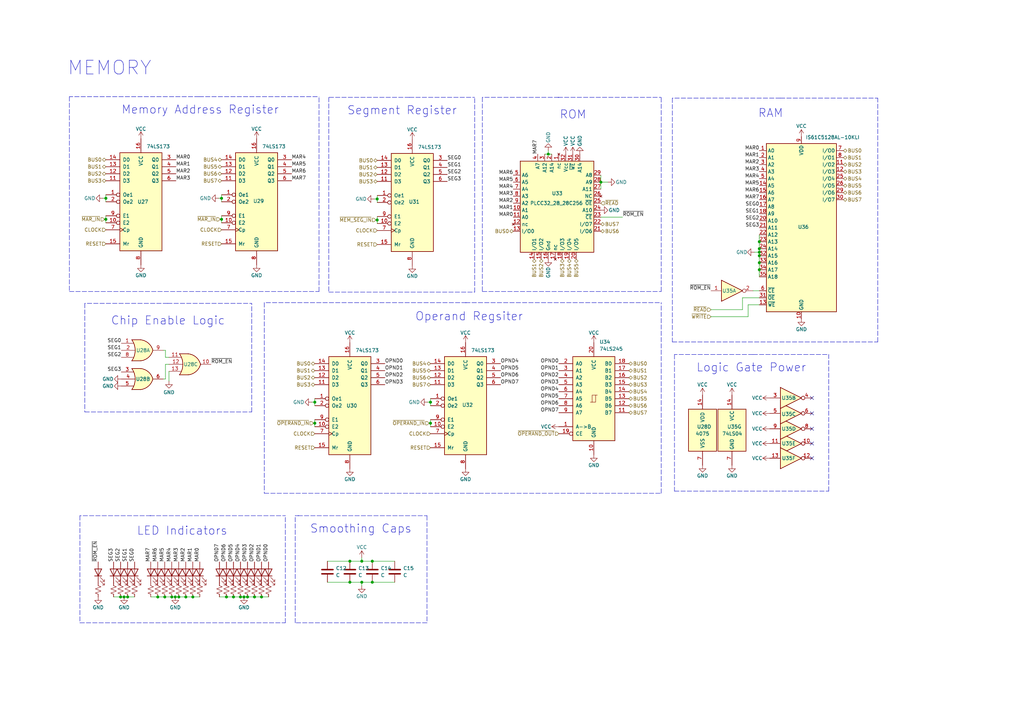
<source format=kicad_sch>
(kicad_sch (version 20211123) (generator eeschema)
  (paper "User" 370.992 259.994)
  (lib_symbols
    (symbol "4xxx:4075" (pin_names (offset 1.016))
      (property "Reference" "U" (at 0 1.27 0))
      (property "Value" "4075" (at 0 -1.27 0))
      (symbol "4075_1_1"
        (pin input line (at -7.62 2.54 0) (length 4.318) (name "~") (number "1"))
        (pin input line (at -7.62 0 0) (length 4.953) (name "~") (number "2"))
        (pin input line (at -7.62 -2.54 0) (length 4.318) (name "~") (number "8"))
        (pin output line (at 7.62 0 180) (length 3.81) (name "~") (number "9"))
      )
      (symbol "4075_1_2"
        (pin input inverted (at -7.62 2.54 0) (length 3.81) (name "~") (number "1"))
        (pin input inverted (at -7.62 0 0) (length 3.81) (name "~") (number "2"))
        (pin input inverted (at -7.62 -2.54 0) (length 3.81) (name "~") (number "8"))
        (pin output inverted (at 7.62 0 180) (length 3.81) (name "~") (number "9"))
      )
      (symbol "4075_2_1"
        (pin input line (at -7.62 2.54 0) (length 4.318) (name "~") (number "3"))
        (pin input line (at -7.62 0 0) (length 4.953) (name "~") (number "4"))
        (pin input line (at -7.62 -2.54 0) (length 4.318) (name "~") (number "5"))
        (pin output line (at 7.62 0 180) (length 3.81) (name "~") (number "6"))
      )
      (symbol "4075_2_2"
        (pin input inverted (at -7.62 2.54 0) (length 3.81) (name "~") (number "3"))
        (pin input inverted (at -7.62 0 0) (length 3.81) (name "~") (number "4"))
        (pin input inverted (at -7.62 -2.54 0) (length 3.81) (name "~") (number "5"))
        (pin output inverted (at 7.62 0 180) (length 3.81) (name "~") (number "6"))
      )
      (symbol "4075_3_1"
        (pin output line (at 7.62 0 180) (length 3.81) (name "~") (number "10"))
        (pin input line (at -7.62 2.54 0) (length 4.318) (name "~") (number "11"))
        (pin input line (at -7.62 0 0) (length 4.953) (name "~") (number "12"))
        (pin input line (at -7.62 -2.54 0) (length 4.318) (name "~") (number "13"))
      )
      (symbol "4075_3_2"
        (pin output inverted (at 7.62 0 180) (length 3.81) (name "~") (number "10"))
        (pin input inverted (at -7.62 2.54 0) (length 3.81) (name "~") (number "11"))
        (pin input inverted (at -7.62 0 0) (length 3.81) (name "~") (number "12"))
        (pin input inverted (at -7.62 -2.54 0) (length 3.81) (name "~") (number "13"))
      )
      (symbol "4075_4_0"
        (pin power_in line (at 0 12.7 270) (length 5.08) (name "VDD") (number "14"))
        (pin power_in line (at 0 -12.7 90) (length 5.08) (name "VSS") (number "7"))
      )
    )
    (symbol "74xx:74LS04"
      (property "Reference" "U" (at 0 1.27 0))
      (property "Value" "74LS04" (at 0 -1.27 0))
      (symbol "74LS04_1_0"
        (pin input line (at -7.62 0 0) (length 3.81) (name "~") (number "1"))
        (pin output inverted (at 7.62 0 180) (length 3.81) (name "~") (number "2"))
      )
      (symbol "74LS04_2_0"
        (pin input line (at -7.62 0 0) (length 3.81) (name "~") (number "3"))
        (pin output inverted (at 7.62 0 180) (length 3.81) (name "~") (number "4"))
      )
      (symbol "74LS04_3_0"
        (pin input line (at -7.62 0 0) (length 3.81) (name "~") (number "5"))
        (pin output inverted (at 7.62 0 180) (length 3.81) (name "~") (number "6"))
      )
      (symbol "74LS04_4_0"
        (pin output inverted (at 7.62 0 180) (length 3.81) (name "~") (number "8"))
        (pin input line (at -7.62 0 0) (length 3.81) (name "~") (number "9"))
      )
      (symbol "74LS04_5_0"
        (pin output inverted (at 7.62 0 180) (length 3.81) (name "~") (number "10"))
        (pin input line (at -7.62 0 0) (length 3.81) (name "~") (number "11"))
      )
      (symbol "74LS04_6_0"
        (pin output inverted (at 7.62 0 180) (length 3.81) (name "~") (number "12"))
        (pin input line (at -7.62 0 0) (length 3.81) (name "~") (number "13"))
      )
      (symbol "74LS04_7_0"
        (pin power_in line (at 0 12.7 270) (length 5.08) (name "VCC") (number "14"))
        (pin power_in line (at 0 -12.7 90) (length 5.08) (name "GND") (number "7"))
      )
    )
    (symbol "74xx:74LS173" (pin_names (offset 1.016))
      (property "Reference" "U" (at -7.62 19.05 0))
      (property "Value" "74LS173" (at -7.62 -19.05 0))
      (symbol "74LS173_1_0"
        (pin input inverted (at -12.7 2.54 0) (length 5.08) (name "Oe1") (number "1"))
        (pin input inverted (at -12.7 -7.62 0) (length 5.08) (name "E2") (number "10"))
        (pin input line (at -12.7 7.62 0) (length 5.08) (name "D3") (number "11"))
        (pin input line (at -12.7 10.16 0) (length 5.08) (name "D2") (number "12"))
        (pin input line (at -12.7 12.7 0) (length 5.08) (name "D1") (number "13"))
        (pin input line (at -12.7 15.24 0) (length 5.08) (name "D0") (number "14"))
        (pin input line (at -12.7 -15.24 0) (length 5.08) (name "Mr") (number "15"))
        (pin power_in line (at 0 22.86 270) (length 5.08) (name "VCC") (number "16"))
        (pin input inverted (at -12.7 0 0) (length 5.08) (name "Oe2") (number "2"))
        (pin tri_state line (at 12.7 15.24 180) (length 5.08) (name "Q0") (number "3"))
        (pin tri_state line (at 12.7 12.7 180) (length 5.08) (name "Q1") (number "4"))
        (pin tri_state line (at 12.7 10.16 180) (length 5.08) (name "Q2") (number "5"))
        (pin tri_state line (at 12.7 7.62 180) (length 5.08) (name "Q3") (number "6"))
        (pin input clock (at -12.7 -10.16 0) (length 5.08) (name "Cp") (number "7"))
        (pin power_in line (at 0 -22.86 90) (length 5.08) (name "GND") (number "8"))
        (pin input inverted (at -12.7 -5.08 0) (length 5.08) (name "E1") (number "9"))
      )
    )
    (symbol "74xx:74LS245" (pin_names (offset 1.016))
      (property "Reference" "U" (at -7.62 16.51 0))
      (property "Value" "74LS245" (at -7.62 -16.51 0))
      (symbol "74LS245_1_0"
        (pin input line (at -12.7 -10.16 0) (length 5.08) (name "A->B") (number "1"))
        (pin power_in line (at 0 -20.32 90) (length 5.08) (name "GND") (number "10"))
        (pin tri_state line (at 12.7 -5.08 180) (length 5.08) (name "B7") (number "11"))
        (pin tri_state line (at 12.7 -2.54 180) (length 5.08) (name "B6") (number "12"))
        (pin tri_state line (at 12.7 0 180) (length 5.08) (name "B5") (number "13"))
        (pin tri_state line (at 12.7 2.54 180) (length 5.08) (name "B4") (number "14"))
        (pin tri_state line (at 12.7 5.08 180) (length 5.08) (name "B3") (number "15"))
        (pin tri_state line (at 12.7 7.62 180) (length 5.08) (name "B2") (number "16"))
        (pin tri_state line (at 12.7 10.16 180) (length 5.08) (name "B1") (number "17"))
        (pin tri_state line (at 12.7 12.7 180) (length 5.08) (name "B0") (number "18"))
        (pin input inverted (at -12.7 -12.7 0) (length 5.08) (name "CE") (number "19"))
        (pin tri_state line (at -12.7 12.7 0) (length 5.08) (name "A0") (number "2"))
        (pin power_in line (at 0 20.32 270) (length 5.08) (name "VCC") (number "20"))
        (pin tri_state line (at -12.7 10.16 0) (length 5.08) (name "A1") (number "3"))
        (pin tri_state line (at -12.7 7.62 0) (length 5.08) (name "A2") (number "4"))
        (pin tri_state line (at -12.7 5.08 0) (length 5.08) (name "A3") (number "5"))
        (pin tri_state line (at -12.7 2.54 0) (length 5.08) (name "A4") (number "6"))
        (pin tri_state line (at -12.7 0 0) (length 5.08) (name "A5") (number "7"))
        (pin tri_state line (at -12.7 -2.54 0) (length 5.08) (name "A6") (number "8"))
        (pin tri_state line (at -12.7 -5.08 0) (length 5.08) (name "A7") (number "9"))
      )
    )
    (symbol "Device:C" (pin_numbers hide) (pin_names (offset 0.254))
      (property "Reference" "C" (at 0.635 2.54 0))
      (property "Value" "C" (at 0.635 -2.54 0))
      (symbol "C_1_1"
        (pin passive line (at 0 3.81 270) (length 2.794) (name "~") (number "1"))
        (pin passive line (at 0 -3.81 90) (length 2.794) (name "~") (number "2"))
      )
    )
    (symbol "Device:LED" (pin_numbers hide) (pin_names (offset 1.016) hide)
      (property "Reference" "D" (at 0 2.54 0))
      (property "Value" "LED" (at 0 -2.54 0))
      (symbol "LED_1_1"
        (pin passive line (at -3.81 0 0) (length 2.54) (name "K") (number "1"))
        (pin passive line (at 3.81 0 180) (length 2.54) (name "A") (number "2"))
      )
    )
    (symbol "Device:R_Small_US" (pin_numbers hide) (pin_names (offset 0.254) hide)
      (property "Reference" "R" (at 0.762 0.508 0))
      (property "Value" "R_Small_US" (at 0.762 -1.016 0))
      (symbol "R_Small_US_1_1"
        (pin passive line (at 0 2.54 270) (length 1.016) (name "~") (number "1"))
        (pin passive line (at 0 -2.54 90) (length 1.016) (name "~") (number "2"))
      )
    )
    (symbol "Memory_RAM:IS61C5128AL-10KLI"
      (property "Reference" "U" (at -10.16 31.75 0))
      (property "Value" "IS61C5128AL-10KLI" (at 12.7 31.75 0))
      (symbol "IS61C5128AL-10KLI_1_1"
        (pin input line (at -15.24 27.94 0) (length 2.54) (name "A0") (number "1"))
        (pin power_in line (at 0 -33.02 90) (length 2.54) (name "GND") (number "10"))
        (pin bidirectional line (at 15.24 22.86 180) (length 2.54) (name "I/O2") (number "11"))
        (pin bidirectional line (at 15.24 20.32 180) (length 2.54) (name "I/O3") (number "12"))
        (pin input line (at -15.24 -27.94 0) (length 2.54) (name "~{WE}") (number "13"))
        (pin input line (at -15.24 15.24 0) (length 2.54) (name "A5") (number "14"))
        (pin input line (at -15.24 12.7 0) (length 2.54) (name "A6") (number "15"))
        (pin input line (at -15.24 10.16 0) (length 2.54) (name "A7") (number "16"))
        (pin input line (at -15.24 7.62 0) (length 2.54) (name "A8") (number "17"))
        (pin input line (at -15.24 5.08 0) (length 2.54) (name "A9") (number "18"))
        (pin no_connect line (at 12.7 -27.94 180) (length 2.54) hide (name "NC") (number "19"))
        (pin input line (at -15.24 25.4 0) (length 2.54) (name "A1") (number "2"))
        (pin input line (at -15.24 2.54 0) (length 2.54) (name "A10") (number "20"))
        (pin input line (at -15.24 0 0) (length 2.54) (name "A11") (number "21"))
        (pin input line (at -15.24 -2.54 0) (length 2.54) (name "A12") (number "22"))
        (pin input line (at -15.24 -5.08 0) (length 2.54) (name "A13") (number "23"))
        (pin input line (at -15.24 -7.62 0) (length 2.54) (name "A14") (number "24"))
        (pin bidirectional line (at 15.24 17.78 180) (length 2.54) (name "I/O4") (number "25"))
        (pin bidirectional line (at 15.24 15.24 180) (length 2.54) (name "I/O5") (number "26"))
        (pin passive line (at 0 33.02 270) (length 2.54) hide (name "VDD") (number "27"))
        (pin passive line (at 0 -33.02 90) (length 2.54) hide (name "GND") (number "28"))
        (pin bidirectional line (at 15.24 12.7 180) (length 2.54) (name "I/O6") (number "29"))
        (pin input line (at -15.24 22.86 0) (length 2.54) (name "A2") (number "3"))
        (pin bidirectional line (at 15.24 10.16 180) (length 2.54) (name "I/O7") (number "30"))
        (pin input line (at -15.24 -25.4 0) (length 2.54) (name "~{OE}") (number "31"))
        (pin input line (at -15.24 -10.16 0) (length 2.54) (name "A15") (number "32"))
        (pin input line (at -15.24 -12.7 0) (length 2.54) (name "A16") (number "33"))
        (pin input line (at -15.24 -15.24 0) (length 2.54) (name "A17") (number "34"))
        (pin input line (at -15.24 -17.78 0) (length 2.54) (name "A18") (number "35"))
        (pin no_connect line (at 12.7 -25.4 180) (length 2.54) hide (name "NC") (number "36"))
        (pin input line (at -15.24 20.32 0) (length 2.54) (name "A3") (number "4"))
        (pin input line (at -15.24 17.78 0) (length 2.54) (name "A4") (number "5"))
        (pin input line (at -15.24 -22.86 0) (length 2.54) (name "~{CE}") (number "6"))
        (pin bidirectional line (at 15.24 27.94 180) (length 2.54) (name "I/O0") (number "7"))
        (pin bidirectional line (at 15.24 25.4 180) (length 2.54) (name "I/O1") (number "8"))
        (pin power_in line (at 0 33.02 270) (length 2.54) (name "VDD") (number "9"))
      )
    )
    (symbol "Stephen:PLCC32_28_28C256"
      (property "Reference" "U" (at 19.05 -22.86 0))
      (property "Value" "PLCC32_28_28C256" (at 10.16 -20.32 0))
      (symbol "PLCC32_28_28C256_1_1"
        (pin no_connect line (at 1.27 17.78 270) (length 2.54) (name "nc") (number "1"))
        (pin input line (at -15.24 -2.54 0) (length 2.54) (name "A1") (number "10"))
        (pin input line (at -15.24 -5.08 0) (length 2.54) (name "A0") (number "11"))
        (pin no_connect line (at -15.24 -7.62 0) (length 2.54) (name "nc") (number "12"))
        (pin bidirectional line (at -15.24 -10.16 0) (length 2.54) (name "I/O0") (number "13"))
        (pin bidirectional line (at -7.62 -20.32 90) (length 2.54) (name "I/O1") (number "14"))
        (pin bidirectional line (at -5.08 -20.32 90) (length 2.54) (name "I/O2") (number "15"))
        (pin power_in line (at -2.54 -20.32 90) (length 2.54) (name "Gnd") (number "16"))
        (pin no_connect line (at 0 -20.32 90) (length 2.54) (name "nc") (number "17"))
        (pin bidirectional line (at 2.54 -20.32 90) (length 2.54) (name "I/O3") (number "18"))
        (pin bidirectional line (at 5.08 -20.32 90) (length 2.54) (name "I/O4") (number "19"))
        (pin input line (at -1.27 17.78 270) (length 2.54) (name "A14") (number "2"))
        (pin bidirectional line (at 7.62 -20.32 90) (length 2.54) (name "I/O5") (number "20"))
        (pin bidirectional line (at 16.51 -10.16 180) (length 2.54) (name "I/O6") (number "21"))
        (pin bidirectional line (at 16.51 -7.62 180) (length 2.54) (name "I/O7") (number "22"))
        (pin input line (at 16.51 -5.08 180) (length 2.54) (name "~{CE}") (number "23"))
        (pin input line (at 16.51 -2.54 180) (length 2.54) (name "A10") (number "24"))
        (pin input line (at 16.51 0 180) (length 2.54) (name "~{OE}") (number "25"))
        (pin no_connect line (at 16.51 2.54 180) (length 2.54) (name "NC") (number "26"))
        (pin input line (at 16.51 5.08 180) (length 2.54) (name "A11") (number "27"))
        (pin input line (at 16.51 7.62 180) (length 2.54) (name "A9") (number "28"))
        (pin input line (at 16.51 10.16 180) (length 2.54) (name "A8") (number "29"))
        (pin input line (at -3.81 17.78 270) (length 2.54) (name "A12") (number "3"))
        (pin input line (at 8.89 17.78 270) (length 2.54) (name "A14") (number "30"))
        (pin input line (at 6.35 17.78 270) (length 2.54) (name "~{WE}") (number "31"))
        (pin power_in line (at 3.81 17.78 270) (length 2.54) (name "Vcc") (number "32"))
        (pin input line (at -6.35 17.78 270) (length 2.54) (name "A7") (number "4"))
        (pin input line (at -15.24 10.16 0) (length 2.54) (name "A6") (number "5"))
        (pin input line (at -15.24 7.62 0) (length 2.54) (name "A5") (number "6"))
        (pin input line (at -15.24 5.08 0) (length 2.54) (name "A4") (number "7"))
        (pin input line (at -15.24 2.54 0) (length 2.54) (name "A3") (number "8"))
        (pin input line (at -15.24 0 0) (length 2.54) (name "A2") (number "9"))
      )
    )
    (symbol "power:GND" (power) (pin_names (offset 0))
      (property "Value" "GND" (at 0 -3.81 0))
      (symbol "GND_1_1"
        (pin power_in line (at 0 0 270) (length 0) hide (name "GND") (number "1"))
      )
    )
    (symbol "power:VCC" (power) (pin_names (offset 0))
      (property "Value" "VCC" (at 0 3.81 0))
      (symbol "VCC_1_1"
        (pin power_in line (at 0 0 90) (length 0) hide (name "VCC") (number "1"))
      )
    )
  )
  (junction (at 84.582 216.408))
  (junction (at 44.958 216.408))
  (junction (at 67.31 216.408))
  (junction (at 80.264 79.502))
  (junction (at 275.082 92.71))
  (junction (at 134.874 211.074))
  (junction (at 82.042 216.408))
  (junction (at 38.354 79.502))
  (junction (at 114.046 145.796))
  (junction (at 80.264 71.882))
  (junction (at 198.628 55.88))
  (junction (at 92.202 216.408))
  (junction (at 131.064 203.454))
  (junction (at 155.956 145.796))
  (junction (at 46.228 216.408))
  (junction (at 155.956 153.416))
  (junction (at 62.23 216.408))
  (junction (at 131.064 211.074))
  (junction (at 275.082 91.44))
  (junction (at 57.15 216.408))
  (junction (at 94.742 216.408))
  (junction (at 87.122 216.408))
  (junction (at 43.688 216.408))
  (junction (at 136.652 79.756))
  (junction (at 275.082 90.17))
  (junction (at 64.77 216.408))
  (junction (at 38.354 71.882))
  (junction (at 88.392 216.408))
  (junction (at 114.046 153.416))
  (junction (at 275.082 87.63))
  (junction (at 126.746 203.454))
  (junction (at 59.69 216.408))
  (junction (at 275.082 95.25))
  (junction (at 275.082 97.79))
  (junction (at 126.746 211.074))
  (junction (at 217.678 66.04))
  (junction (at 134.874 203.454))
  (junction (at 89.662 216.408))
  (junction (at 63.5 216.408))
  (junction (at 136.652 72.136))
  (junction (at 69.85 216.408))
  (no_connect (at 294.132 155.448))
  (no_connect (at 294.132 166.116))
  (no_connect (at 294.132 144.272))
  (no_connect (at 294.132 149.86))
  (no_connect (at 294.132 160.782))
  (polyline (pts (xy 148.336 35.306) (xy 171.958 35.306)))
  (wire (pts (xy 275.082 92.71) (xy 275.082 95.25)))
  (polyline (pts (xy 106.934 186.944) (xy 108.204 186.944)))
  (polyline (pts (xy 25.146 105.664) (xy 115.57 105.664)))
  (wire (pts (xy 268.986 112.268) (xy 268.986 107.95)))
  (wire (pts (xy 84.582 216.408) (xy 87.122 216.408)))
  (wire (pts (xy 59.944 129.54) (xy 61.214 129.54)))
  (wire (pts (xy 131.064 212.344) (xy 131.064 211.074)))
  (wire (pts (xy 275.082 95.25) (xy 275.082 97.79)))
  (wire (pts (xy 87.122 216.408) (xy 88.392 216.408)))
  (polyline (pts (xy 239.522 178.816) (xy 239.522 109.728)))
  (wire (pts (xy 198.628 54.61) (xy 198.628 55.88)))
  (wire (pts (xy 198.628 55.88) (xy 197.358 55.88)))
  (polyline (pts (xy 174.752 35.306) (xy 174.752 105.664)))
  (wire (pts (xy 154.94 145.796) (xy 155.956 145.796)))
  (wire (pts (xy 136.652 78.486) (xy 136.652 79.756)))
  (wire (pts (xy 136.652 72.136) (xy 136.652 73.406)))
  (wire (pts (xy 275.082 90.17) (xy 275.082 91.44)))
  (polyline (pts (xy 239.522 105.664) (xy 239.522 35.306)))
  (polyline (pts (xy 115.57 105.664) (xy 115.57 35.052)))
  (wire (pts (xy 134.874 211.074) (xy 143.002 211.074)))
  (wire (pts (xy 275.082 91.44) (xy 275.082 92.71)))
  (wire (pts (xy 38.354 71.882) (xy 38.354 73.152)))
  (polyline (pts (xy 95.758 178.816) (xy 239.522 178.816)))
  (polyline (pts (xy 91.186 149.352) (xy 91.186 109.982)))
  (wire (pts (xy 113.03 145.796) (xy 114.046 145.796)))
  (polyline (pts (xy 106.934 225.806) (xy 106.934 186.944)))
  (wire (pts (xy 225.552 78.74) (xy 217.678 78.74)))
  (polyline (pts (xy 54.61 186.944) (xy 28.956 186.944)))
  (wire (pts (xy 89.662 216.408) (xy 92.202 216.408)))
  (polyline (pts (xy 244.348 178.054) (xy 300.228 178.054)))
  (wire (pts (xy 155.956 153.416) (xy 155.956 154.686)))
  (polyline (pts (xy 168.91 109.728) (xy 95.758 109.728)))
  (wire (pts (xy 59.944 137.414) (xy 59.182 137.414)))
  (wire (pts (xy 67.31 216.408) (xy 69.85 216.408)))
  (wire (pts (xy 64.77 216.408) (xy 67.31 216.408)))
  (wire (pts (xy 131.064 211.074) (xy 126.746 211.074)))
  (wire (pts (xy 38.354 79.502) (xy 38.354 80.772)))
  (polyline (pts (xy 202.184 35.306) (xy 239.522 35.306)))
  (wire (pts (xy 54.61 216.408) (xy 57.15 216.408)))
  (polyline (pts (xy 154.686 225.806) (xy 106.934 225.806)))
  (wire (pts (xy 273.304 91.44) (xy 275.082 91.44)))
  (wire (pts (xy 61.214 132.08) (xy 59.944 132.08)))
  (wire (pts (xy 80.264 79.502) (xy 80.264 80.772)))
  (wire (pts (xy 155.956 152.146) (xy 155.956 153.416)))
  (wire (pts (xy 126.746 203.454) (xy 118.618 203.454)))
  (wire (pts (xy 257.556 112.268) (xy 268.986 112.268)))
  (wire (pts (xy 38.354 78.232) (xy 38.354 79.502)))
  (wire (pts (xy 37.338 71.882) (xy 38.354 71.882)))
  (wire (pts (xy 57.15 216.408) (xy 59.69 216.408)))
  (wire (pts (xy 114.046 152.146) (xy 114.046 153.416)))
  (polyline (pts (xy 300.228 178.054) (xy 300.228 128.524)))
  (polyline (pts (xy 28.956 225.806) (xy 103.378 225.806)))
  (wire (pts (xy 38.354 70.612) (xy 38.354 71.882)))
  (wire (pts (xy 46.228 216.408) (xy 48.768 216.408)))
  (wire (pts (xy 155.956 145.796) (xy 155.956 147.066)))
  (wire (pts (xy 37.846 79.502) (xy 38.354 79.502)))
  (wire (pts (xy 113.538 153.416) (xy 114.046 153.416)))
  (wire (pts (xy 79.756 79.502) (xy 80.264 79.502)))
  (wire (pts (xy 114.046 145.796) (xy 114.046 147.066)))
  (wire (pts (xy 275.082 110.49) (xy 271.018 110.49)))
  (wire (pts (xy 155.448 153.416) (xy 155.956 153.416)))
  (wire (pts (xy 136.144 79.756) (xy 136.652 79.756)))
  (wire (pts (xy 62.23 216.408) (xy 63.5 216.408)))
  (polyline (pts (xy 243.586 35.56) (xy 243.586 123.952)))
  (wire (pts (xy 131.064 202.184) (xy 131.064 203.454)))
  (polyline (pts (xy 54.356 186.944) (xy 103.378 186.944)))
  (polyline (pts (xy 103.378 225.806) (xy 103.378 186.944)))
  (wire (pts (xy 63.5 216.408) (xy 64.77 216.408)))
  (wire (pts (xy 41.148 216.408) (xy 43.688 216.408)))
  (polyline (pts (xy 202.438 35.306) (xy 174.752 35.306)))
  (wire (pts (xy 80.264 71.882) (xy 80.264 73.152)))
  (wire (pts (xy 79.248 71.882) (xy 80.264 71.882)))
  (polyline (pts (xy 272.796 128.524) (xy 300.228 128.524)))
  (polyline (pts (xy 119.126 35.306) (xy 119.126 105.918)))
  (wire (pts (xy 271.018 110.49) (xy 271.018 114.808)))
  (wire (pts (xy 198.628 55.88) (xy 199.898 55.88)))
  (polyline (pts (xy 107.95 186.944) (xy 154.686 186.944)))
  (polyline (pts (xy 171.958 105.918) (xy 171.958 35.306)))
  (wire (pts (xy 136.652 70.866) (xy 136.652 72.136)))
  (wire (pts (xy 275.082 85.09) (xy 275.082 87.63)))
  (wire (pts (xy 268.986 107.95) (xy 275.082 107.95)))
  (wire (pts (xy 275.082 87.63) (xy 275.082 90.17)))
  (wire (pts (xy 272.796 105.41) (xy 275.082 105.41)))
  (polyline (pts (xy 28.956 186.944) (xy 28.956 225.806)))
  (wire (pts (xy 88.392 216.408) (xy 89.662 216.408)))
  (polyline (pts (xy 95.758 109.728) (xy 95.758 178.816)))
  (polyline (pts (xy 244.348 128.524) (xy 244.348 178.054)))
  (polyline (pts (xy 148.336 35.306) (xy 119.126 35.306)))
  (wire (pts (xy 43.688 216.408) (xy 44.958 216.408)))
  (wire (pts (xy 114.046 153.416) (xy 114.046 154.686)))
  (wire (pts (xy 275.082 97.79) (xy 275.082 100.33)))
  (polyline (pts (xy 174.752 105.664) (xy 239.522 105.664)))
  (polyline (pts (xy 25.146 35.052) (xy 25.146 105.664)))
  (wire (pts (xy 131.064 211.074) (xy 134.874 211.074)))
  (wire (pts (xy 82.042 216.408) (xy 84.582 216.408)))
  (wire (pts (xy 126.746 211.074) (xy 118.618 211.074)))
  (polyline (pts (xy 30.734 109.982) (xy 30.734 149.352)))
  (polyline (pts (xy 60.706 109.982) (xy 30.734 109.982)))
  (wire (pts (xy 217.678 66.04) (xy 220.218 66.04)))
  (wire (pts (xy 114.046 144.526) (xy 114.046 145.796)))
  (wire (pts (xy 135.636 72.136) (xy 136.652 72.136)))
  (wire (pts (xy 217.678 66.04) (xy 217.678 68.58)))
  (polyline (pts (xy 154.686 186.944) (xy 154.686 225.806)))
  (wire (pts (xy 126.746 203.454) (xy 131.064 203.454)))
  (polyline (pts (xy 243.586 123.952) (xy 318.008 123.952)))
  (polyline (pts (xy 318.008 123.952) (xy 318.008 35.56)))
  (polyline (pts (xy 72.136 35.052) (xy 25.146 35.052)))
  (polyline (pts (xy 72.136 35.052) (xy 115.57 35.052)))
  (wire (pts (xy 79.502 216.408) (xy 82.042 216.408)))
  (wire (pts (xy 92.202 216.408) (xy 94.742 216.408)))
  (wire (pts (xy 80.264 78.232) (xy 80.264 79.502)))
  (wire (pts (xy 217.678 63.5) (xy 217.678 66.04)))
  (wire (pts (xy 155.956 144.526) (xy 155.956 145.796)))
  (wire (pts (xy 59.182 127) (xy 59.944 127)))
  (polyline (pts (xy 60.706 109.982) (xy 91.186 109.982)))
  (polyline (pts (xy 168.656 109.728) (xy 239.522 109.728)))
  (polyline (pts (xy 119.126 105.918) (xy 171.958 105.918)))
  (wire (pts (xy 131.064 203.454) (xy 134.874 203.454)))
  (wire (pts (xy 136.652 79.756) (xy 136.652 81.026)))
  (wire (pts (xy 59.69 216.408) (xy 62.23 216.408)))
  (polyline (pts (xy 282.702 35.56) (xy 243.586 35.56)))
  (wire (pts (xy 44.958 216.408) (xy 46.228 216.408)))
  (wire (pts (xy 59.944 132.08) (xy 59.944 137.414)))
  (wire (pts (xy 61.214 134.62) (xy 61.214 138.176)))
  (wire (pts (xy 80.264 70.612) (xy 80.264 71.882)))
  (polyline (pts (xy 282.702 35.56) (xy 318.008 35.56)))
  (wire (pts (xy 59.944 127) (xy 59.944 129.54)))
  (wire (pts (xy 69.85 216.408) (xy 72.39 216.408)))
  (polyline (pts (xy 30.734 149.352) (xy 91.186 149.352)))
  (polyline (pts (xy 272.796 128.524) (xy 244.348 128.524)))
  (wire (pts (xy 134.874 203.454) (xy 143.002 203.454)))
  (wire (pts (xy 271.018 114.808) (xy 257.556 114.808)))
  (wire (pts (xy 94.742 216.408) (xy 97.282 216.408)))
  (text "Segment Register" (at 125.73 41.91 0) (effects (font (size 3 3)) (justify left bottom)))
  (text "Operand Regsiter" (at 150.368 116.586 0) (effects (font (size 3 3)) (justify left bottom)))
  (text "MEMORY" (at 24.384 27.686 0) (effects (font (size 5 5)) (justify left bottom)))
  (text "Chip Enable Logic" (at 40.132 118.11 0) (effects (font (size 3 3)) (justify left bottom)))
  (text "RAM" (at 274.574 42.926 0) (effects (font (size 3 3)) (justify left bottom)))
  (text "Memory Address Register" (at 43.942 41.656 0) (effects (font (size 3 3)) (justify left bottom)))
  (text "Logic Gate Power" (at 252.222 135.128 0) (effects (font (size 3 3)) (justify left bottom)))
  (text "LED Indicators" (at 49.53 194.31 0) (effects (font (size 3 3)) (justify left bottom)))
  (text "ROM" (at 202.692 43.434 0) (effects (font (size 3 3)) (justify left bottom)))
  (text "Smoothing Caps" (at 112.268 193.548 0) (effects (font (size 3 3)) (justify left bottom)))
  (label "MAR3" (at 185.928 71.12 180))
  (label "SEG3" (at 162.052 65.786 0))
  (label "SEG2" (at 43.688 203.708 90))
  (label "OPND5" (at 202.438 144.526 180))
  (label "MAR6" (at 57.15 203.708 90))
  (label "MAR4" (at 275.082 64.77 180))
  (label "OPND4" (at 87.122 203.708 90))
  (label "OPND1" (at 202.438 134.366 180))
  (label "MAR2" (at 63.754 62.992 0))
  (label "MAR0" (at 275.082 54.61 180))
  (label "~{ROM_EN}" (at 76.454 132.08 0))
  (label "OPND0" (at 202.438 131.826 180))
  (label "MAR2" (at 67.31 203.708 90))
  (label "OPND2" (at 139.446 136.906 0))
  (label "MAR7" (at 54.61 203.708 90))
  (label "SEG1" (at 46.228 203.708 90))
  (label "MAR2" (at 185.928 73.66 180))
  (label "OPND2" (at 92.202 203.708 90))
  (label "OPND7" (at 181.356 139.446 0))
  (label "SEG1" (at 162.052 60.706 0))
  (label "OPND6" (at 181.356 136.906 0))
  (label "MAR1" (at 275.082 57.15 180))
  (label "SEG0" (at 162.052 58.166 0))
  (label "SEG0" (at 43.942 124.46 180))
  (label "OPND4" (at 181.356 131.826 0))
  (label "MAR6" (at 185.928 63.5 180))
  (label "OPND1" (at 139.446 134.366 0))
  (label "MAR4" (at 185.928 68.58 180))
  (label "MAR5" (at 185.928 66.04 180))
  (label "OPND6" (at 82.042 203.708 90))
  (label "MAR5" (at 105.664 60.452 0))
  (label "SEG3" (at 41.148 203.708 90))
  (label "MAR1" (at 63.754 60.452 0))
  (label "MAR6" (at 275.082 69.85 180))
  (label "OPND5" (at 181.356 134.366 0))
  (label "SEG2" (at 162.052 63.246 0))
  (label "OPND4" (at 202.438 141.986 180))
  (label "MAR2" (at 275.082 59.69 180))
  (label "MAR4" (at 105.664 57.912 0))
  (label "~{ROM_EN}" (at 225.552 78.74 0))
  (label "MAR7" (at 194.818 55.88 90))
  (label "MAR0" (at 72.39 203.708 90))
  (label "SEG1" (at 275.082 77.47 180))
  (label "MAR0" (at 63.754 57.912 0))
  (label "MAR4" (at 62.23 203.708 90))
  (label "MAR1" (at 185.928 76.2 180))
  (label "OPND7" (at 79.502 203.708 90))
  (label "~{ROM_EN}" (at 257.556 105.41 180))
  (label "MAR5" (at 59.69 203.708 90))
  (label "OPND1" (at 94.742 203.708 90))
  (label "SEG2" (at 275.082 80.01 180))
  (label "OPND3" (at 202.438 139.446 180))
  (label "MAR1" (at 69.85 203.708 90))
  (label "SEG3" (at 43.942 134.874 180))
  (label "MAR6" (at 105.664 62.992 0))
  (label "MAR3" (at 275.082 62.23 180))
  (label "SEG1" (at 43.942 127 180))
  (label "OPND2" (at 202.438 136.906 180))
  (label "OPND5" (at 84.582 203.708 90))
  (label "MAR3" (at 64.77 203.708 90))
  (label "MAR5" (at 275.082 67.31 180))
  (label "OPND0" (at 139.446 131.826 0))
  (label "SEG0" (at 275.082 74.93 180))
  (label "MAR7" (at 105.664 65.532 0))
  (label "~{ROM_EN}" (at 35.56 203.708 90))
  (label "SEG2" (at 43.942 129.54 180))
  (label "OPND6" (at 202.438 147.066 180))
  (label "SEG3" (at 275.082 82.55 180))
  (label "MAR3" (at 63.754 65.532 0))
  (label "OPND3" (at 89.662 203.708 90))
  (label "MAR0" (at 185.928 78.74 180))
  (label "MAR7" (at 275.082 72.39 180))
  (label "OPND7" (at 202.438 149.606 180))
  (label "OPND3" (at 139.446 139.446 0))
  (label "OPND0" (at 97.282 203.708 90))
  (label "SEG0" (at 48.768 203.708 90))
  (hierarchical_label "BUS1" (shape tri_state) (at 136.652 60.706 180))
  (hierarchical_label "BUS7" (shape tri_state) (at 80.264 65.532 180))
  (hierarchical_label "~{OPERAND_OUT}" (shape input) (at 202.438 157.226 180))
  (hierarchical_label "BUS1" (shape tri_state) (at 305.562 57.15 0))
  (hierarchical_label "RESET" (shape input) (at 155.956 162.306 180))
  (hierarchical_label "RESET" (shape input) (at 114.046 162.306 180))
  (hierarchical_label "CLOCK" (shape input) (at 80.264 83.312 180))
  (hierarchical_label "~{MEM_SEG_IN}" (shape input) (at 136.144 79.756 180))
  (hierarchical_label "BUS3" (shape tri_state) (at 136.652 65.786 180))
  (hierarchical_label "BUS4" (shape tri_state) (at 155.956 131.826 180))
  (hierarchical_label "~{OPERAND_IN}" (shape input) (at 113.538 153.416 180))
  (hierarchical_label "BUS0" (shape tri_state) (at 38.354 57.912 180))
  (hierarchical_label "CLOCK" (shape input) (at 38.354 83.312 180))
  (hierarchical_label "BUS6" (shape tri_state) (at 155.956 136.906 180))
  (hierarchical_label "BUS2" (shape tri_state) (at 227.838 136.906 0))
  (hierarchical_label "BUS1" (shape tri_state) (at 227.838 134.366 0))
  (hierarchical_label "BUS4" (shape tri_state) (at 206.248 93.98 270))
  (hierarchical_label "BUS5" (shape tri_state) (at 155.956 134.366 180))
  (hierarchical_label "BUS3" (shape tri_state) (at 305.562 62.23 0))
  (hierarchical_label "BUS2" (shape tri_state) (at 196.088 93.98 270))
  (hierarchical_label "~{OPERAND_IN}" (shape input) (at 155.448 153.416 180))
  (hierarchical_label "BUS7" (shape tri_state) (at 227.838 149.606 0))
  (hierarchical_label "CLOCK" (shape input) (at 114.046 157.226 180))
  (hierarchical_label "BUS0" (shape tri_state) (at 136.652 58.166 180))
  (hierarchical_label "CLOCK" (shape input) (at 155.956 157.226 180))
  (hierarchical_label "BUS7" (shape tri_state) (at 305.562 72.39 0))
  (hierarchical_label "BUS0" (shape tri_state) (at 227.838 131.826 0))
  (hierarchical_label "BUS3" (shape tri_state) (at 203.708 93.98 270))
  (hierarchical_label "BUS4" (shape tri_state) (at 305.562 64.77 0))
  (hierarchical_label "BUS3" (shape tri_state) (at 114.046 139.446 180))
  (hierarchical_label "BUS6" (shape tri_state) (at 227.838 147.066 0))
  (hierarchical_label "BUS2" (shape tri_state) (at 38.354 62.992 180))
  (hierarchical_label "~{MAR_IN}" (shape input) (at 37.846 79.502 180))
  (hierarchical_label "BUS1" (shape tri_state) (at 38.354 60.452 180))
  (hierarchical_label "BUS7" (shape tri_state) (at 217.678 81.28 0))
  (hierarchical_label "RESET" (shape input) (at 80.264 88.392 180))
  (hierarchical_label "BUS4" (shape tri_state) (at 227.838 141.986 0))
  (hierarchical_label "BUS6" (shape tri_state) (at 80.264 62.992 180))
  (hierarchical_label "BUS2" (shape tri_state) (at 114.046 136.906 180))
  (hierarchical_label "BUS3" (shape tri_state) (at 227.838 139.446 0))
  (hierarchical_label "~{WRITE}" (shape input) (at 257.556 114.808 180))
  (hierarchical_label "RESET" (shape input) (at 136.652 88.646 180))
  (hierarchical_label "BUS4" (shape tri_state) (at 80.264 57.912 180))
  (hierarchical_label "BUS5" (shape tri_state) (at 208.788 93.98 270))
  (hierarchical_label "BUS6" (shape tri_state) (at 217.678 83.82 0))
  (hierarchical_label "BUS2" (shape tri_state) (at 136.652 63.246 180))
  (hierarchical_label "BUS5" (shape tri_state) (at 80.264 60.452 180))
  (hierarchical_label "BUS5" (shape tri_state) (at 227.838 144.526 0))
  (hierarchical_label "BUS0" (shape tri_state) (at 305.562 54.61 0))
  (hierarchical_label "BUS0" (shape tri_state) (at 185.928 83.82 180))
  (hierarchical_label "BUS1" (shape tri_state) (at 114.046 134.366 180))
  (hierarchical_label "BUS1" (shape tri_state) (at 193.548 93.98 270))
  (hierarchical_label "~{MAR_IN}" (shape input) (at 79.756 79.502 180))
  (hierarchical_label "BUS0" (shape tri_state) (at 114.046 131.826 180))
  (hierarchical_label "BUS7" (shape tri_state) (at 155.956 139.446 180))
  (hierarchical_label "~{READ}" (shape input) (at 217.678 73.66 0))
  (hierarchical_label "BUS3" (shape tri_state) (at 38.354 65.532 180))
  (hierarchical_label "BUS5" (shape tri_state) (at 305.562 67.31 0))
  (hierarchical_label "CLOCK" (shape input) (at 136.652 83.566 180))
  (hierarchical_label "BUS6" (shape tri_state) (at 305.562 69.85 0))
  (hierarchical_label "~{READ}" (shape input) (at 257.556 112.268 180))
  (hierarchical_label "BUS2" (shape tri_state) (at 305.562 59.69 0))
  (hierarchical_label "RESET" (shape input) (at 38.354 88.392 180))
  (symbol (lib_id "Device:C") (at 118.618 207.264 0) (unit 1)
    (property "Reference" "C12" (at 121.666 205.9939 0) (effects (justify left)))
    (property "Value" "C" (at 121.666 208.5339 0) (effects (justify left)))
    (property "Footprint" "Capacitor_SMD:C_0805_2012Metric" (effects hide))
  )
  (symbol (lib_id "power:VCC") (at 126.746 124.206 0) (unit 1)
    (property "Reference" "#PWR0118" (effects hide))
    (property "Value" "VCC" (at 126.746 120.65 0))
  )
  (symbol (lib_id "power:GND") (at 43.942 139.954 270) (unit 1)
    (property "Reference" "#PWR0107" (effects hide))
    (property "Value" "GND" (at 39.116 139.954 90))
  )
  (symbol (lib_id "Device:R_Small_US") (at 72.39 213.868 0) (unit 1)
    (property "Reference" "R64" (effects hide))
    (property "Value" "R_Small_US" (effects hide))
    (property "Footprint" "Resistor_SMD:R_0805_2012Metric" (effects hide))
  )
  (symbol (lib_id "4xxx:4075") (at 51.562 137.414 0) (unit 2)
    (property "Reference" "U28" (at 51.816 137.414 0))
    (property "Value" "4075" (effects hide))
    (property "Footprint" "Package_SO:SOIC-14_3.9x8.7mm_P1.27mm" (effects hide))
    (property "Datasheet" "http://www.intersil.com/content/dam/Intersil/documents/cd40/cd4071bms-72bms-75bms.pdf" (effects hide))
  )
  (symbol (lib_id "74xx:74LS173") (at 92.964 73.152 0) (unit 1)
    (property "Reference" "U29" (at 91.694 72.898 0) (effects (justify left)))
    (property "Value" "74LS173" (at 94.9834 53.086 0) (effects (justify left)))
    (property "Footprint" "Package_SO:TSSOP-16_4.4x5mm_P0.65mm" (effects hide))
    (property "Datasheet" "http://www.ti.com/lit/gpn/sn74LS173" (effects hide))
  )
  (symbol (lib_id "power:GND") (at 149.352 96.266 0) (unit 1)
    (property "Reference" "#PWR0124" (effects hide))
    (property "Value" "GND" (at 149.352 100.076 0))
  )
  (symbol (lib_id "74xx:74LS173") (at 51.054 73.152 0) (unit 1)
    (property "Reference" "U27" (at 49.784 73.152 0) (effects (justify left)))
    (property "Value" "74LS173" (at 53.0734 53.086 0) (effects (justify left)))
    (property "Footprint" "Package_SO:TSSOP-16_4.4x5mm_P0.65mm" (effects hide))
    (property "Datasheet" "http://www.ti.com/lit/gpn/sn74LS173" (effects hide))
  )
  (symbol (lib_id "power:GND") (at 135.636 72.136 270) (unit 1)
    (property "Reference" "#PWR0122" (effects hide))
    (property "Value" "GND" (at 130.81 72.136 90))
  )
  (symbol (lib_id "Device:LED") (at 89.662 207.518 90) (unit 1)
    (property "Reference" "D69" (effects hide))
    (property "Value" "LED" (effects hide))
    (property "Footprint" "LED_SMD:LED_0805_2012Metric" (effects hide))
  )
  (symbol (lib_id "Device:R_Small_US") (at 94.742 213.868 0) (unit 1)
    (property "Reference" "R71" (effects hide))
    (property "Value" "R_Small_US" (effects hide))
    (property "Footprint" "Resistor_SMD:R_0805_2012Metric" (effects hide))
  )
  (symbol (lib_id "power:GND") (at 126.746 169.926 0) (unit 1)
    (property "Reference" "#PWR0119" (effects hide))
    (property "Value" "GND" (at 126.746 173.736 0))
  )
  (symbol (lib_id "power:VCC") (at 149.352 50.546 0) (unit 1)
    (property "Reference" "#PWR0123" (effects hide))
    (property "Value" "VCC" (at 149.352 46.99 0))
  )
  (symbol (lib_id "power:GND") (at 113.03 145.796 270) (unit 1)
    (property "Reference" "#PWR0117" (effects hide))
    (property "Value" "GND" (at 108.204 145.796 90))
  )
  (symbol (lib_id "Device:LED") (at 35.56 207.518 90) (unit 1)
    (property "Reference" "D52" (effects hide))
    (property "Value" "LED" (effects hide))
    (property "Footprint" "LED_SMD:LED_0805_2012Metric" (effects hide))
  )
  (symbol (lib_id "Device:LED") (at 82.042 207.518 90) (unit 1)
    (property "Reference" "D66" (effects hide))
    (property "Value" "LED" (effects hide))
    (property "Footprint" "LED_SMD:LED_0805_2012Metric" (effects hide))
  )
  (symbol (lib_id "Device:R_Small_US") (at 64.77 213.868 0) (unit 1)
    (property "Reference" "R61" (effects hide))
    (property "Value" "R_Small_US" (effects hide))
    (property "Footprint" "Resistor_SMD:R_0805_2012Metric" (effects hide))
  )
  (symbol (lib_id "power:VCC") (at 131.064 202.184 0) (unit 1)
    (property "Reference" "#PWR0120" (effects hide))
    (property "Value" "VCC" (at 131.064 198.374 0))
  )
  (symbol (lib_id "74xx:74LS04") (at 286.512 149.86 0) (unit 3)
    (property "Reference" "U35" (at 285.75 150.114 0))
    (property "Value" "74LS04" (effects hide))
    (property "Datasheet" "http://www.ti.com/lit/gpn/sn74LS04" (effects hide))
  )
  (symbol (lib_id "74xx:74LS04") (at 286.512 144.272 0) (unit 2)
    (property "Reference" "U35" (at 285.75 144.272 0))
    (property "Value" "74LS04" (effects hide))
    (property "Datasheet" "http://www.ti.com/lit/gpn/sn74LS04" (effects hide))
  )
  (symbol (lib_id "Device:R_Small_US") (at 69.85 213.868 0) (unit 1)
    (property "Reference" "R63" (effects hide))
    (property "Value" "R_Small_US" (effects hide))
    (property "Footprint" "Resistor_SMD:R_0805_2012Metric" (effects hide))
  )
  (symbol (lib_id "power:GND") (at 131.064 212.344 0) (unit 1)
    (property "Reference" "#PWR0121" (effects hide))
    (property "Value" "GND" (at 131.064 216.154 0))
  )
  (symbol (lib_id "power:GND") (at 154.94 145.796 270) (unit 1)
    (property "Reference" "#PWR0125" (effects hide))
    (property "Value" "GND" (at 150.114 145.796 90))
  )
  (symbol (lib_id "Device:R_Small_US") (at 79.502 213.868 0) (unit 1)
    (property "Reference" "R65" (effects hide))
    (property "Value" "R_Small_US" (effects hide))
    (property "Footprint" "Resistor_SMD:R_0805_2012Metric" (effects hide))
  )
  (symbol (lib_id "Device:LED") (at 41.148 207.518 90) (unit 1)
    (property "Reference" "D53" (effects hide))
    (property "Value" "LED" (effects hide))
    (property "Footprint" "LED_SMD:LED_0805_2012Metric" (effects hide))
  )
  (symbol (lib_id "Device:LED") (at 69.85 207.518 90) (unit 1)
    (property "Reference" "D63" (effects hide))
    (property "Value" "LED" (effects hide))
    (property "Footprint" "LED_SMD:LED_0805_2012Metric" (effects hide))
  )
  (symbol (lib_id "Device:R_Small_US") (at 97.282 213.868 0) (unit 1)
    (property "Reference" "R72" (effects hide))
    (property "Value" "R_Small_US" (effects hide))
    (property "Footprint" "Resistor_SMD:R_0805_2012Metric" (effects hide))
  )
  (symbol (lib_id "power:GND") (at 37.338 71.882 270) (unit 1)
    (property "Reference" "#PWR0105" (effects hide))
    (property "Value" "GND" (at 32.512 71.882 90))
  )
  (symbol (lib_id "Device:R_Small_US") (at 89.662 213.868 0) (unit 1)
    (property "Reference" "R69" (effects hide))
    (property "Value" "R_Small_US" (effects hide))
    (property "Footprint" "Resistor_SMD:R_0805_2012Metric" (effects hide))
  )
  (symbol (lib_id "Device:LED") (at 59.69 207.518 90) (unit 1)
    (property "Reference" "D59" (effects hide))
    (property "Value" "LED" (effects hide))
    (property "Footprint" "LED_SMD:LED_0805_2012Metric" (effects hide))
  )
  (symbol (lib_id "4xxx:4075") (at 51.562 127 0) (unit 1)
    (property "Reference" "U28" (at 51.816 127 0))
    (property "Value" "4075" (effects hide))
    (property "Footprint" "Package_SO:SOIC-14_3.9x8.7mm_P1.27mm" (effects hide))
    (property "Datasheet" "http://www.intersil.com/content/dam/Intersil/documents/cd40/cd4071bms-72bms-75bms.pdf" (effects hide))
  )
  (symbol (lib_id "Device:LED") (at 43.688 207.518 90) (unit 1)
    (property "Reference" "D54" (effects hide))
    (property "Value" "LED" (effects hide))
    (property "Footprint" "LED_SMD:LED_0805_2012Metric" (effects hide))
  )
  (symbol (lib_id "Device:R_Small_US") (at 54.61 213.868 0) (unit 1)
    (property "Reference" "R57" (effects hide))
    (property "Value" "R_Small_US" (effects hide))
    (property "Footprint" "Resistor_SMD:R_0805_2012Metric" (effects hide))
  )
  (symbol (lib_id "Device:LED") (at 87.122 207.518 90) (unit 1)
    (property "Reference" "D68" (effects hide))
    (property "Value" "LED" (effects hide))
    (property "Footprint" "LED_SMD:LED_0805_2012Metric" (effects hide))
  )
  (symbol (lib_id "power:VCC") (at 278.892 149.86 90) (unit 1)
    (property "Reference" "#PWR0144" (effects hide))
    (property "Value" "VCC" (at 274.32 149.86 90))
  )
  (symbol (lib_id "74xx:74LS04") (at 265.176 155.956 0) (unit 7)
    (property "Reference" "U35" (at 263.398 154.686 0) (effects (justify left)))
    (property "Value" "74LS04" (at 261.62 157.226 0) (effects (justify left)))
    (property "Footprint" "Package_SO:TSSOP-14_4.4x5mm_P0.65mm" (effects hide))
    (property "Datasheet" "http://www.ti.com/lit/gpn/sn74LS04" (effects hide))
  )
  (symbol (lib_id "power:GND") (at 44.958 216.408 0) (unit 1)
    (property "Reference" "#PWR0108" (effects hide))
    (property "Value" "GND" (at 44.958 220.218 0))
  )
  (symbol (lib_id "Device:LED") (at 57.15 207.518 90) (unit 1)
    (property "Reference" "D58" (effects hide))
    (property "Value" "LED" (effects hide))
    (property "Footprint" "LED_SMD:LED_0805_2012Metric" (effects hide))
  )
  (symbol (lib_id "power:VCC") (at 265.176 143.256 0) (unit 1)
    (property "Reference" "#PWR0140" (effects hide))
    (property "Value" "VCC" (at 265.176 139.446 0))
  )
  (symbol (lib_id "Device:LED") (at 92.202 207.518 90) (unit 1)
    (property "Reference" "D70" (effects hide))
    (property "Value" "LED" (effects hide))
    (property "Footprint" "LED_SMD:LED_0805_2012Metric" (effects hide))
  )
  (symbol (lib_id "power:VCC") (at 278.892 160.782 90) (unit 1)
    (property "Reference" "#PWR0146" (effects hide))
    (property "Value" "VCC" (at 274.32 160.782 90))
  )
  (symbol (lib_id "Device:C") (at 126.746 207.264 0) (unit 1)
    (property "Reference" "C13" (at 129.794 205.9939 0) (effects (justify left)))
    (property "Value" "C" (at 129.794 208.5339 0) (effects (justify left)))
    (property "Footprint" "Capacitor_SMD:C_0805_2012Metric" (effects hide))
  )
  (symbol (lib_id "Device:R_Small_US") (at 35.56 213.868 0) (unit 1)
    (property "Reference" "R52" (effects hide))
    (property "Value" "R_Small_US" (effects hide))
    (property "Footprint" "Resistor_SMD:R_0805_2012Metric" (effects hide))
  )
  (symbol (lib_id "power:VCC") (at 215.138 124.206 0) (unit 1)
    (property "Reference" "#PWR0134" (effects hide))
    (property "Value" "VCC" (at 215.138 120.65 0))
  )
  (symbol (lib_id "Device:LED") (at 67.31 207.518 90) (unit 1)
    (property "Reference" "D62" (effects hide))
    (property "Value" "LED" (effects hide))
    (property "Footprint" "LED_SMD:LED_0805_2012Metric" (effects hide))
  )
  (symbol (lib_id "Device:R_Small_US") (at 57.15 213.868 0) (unit 1)
    (property "Reference" "R58" (effects hide))
    (property "Value" "R_Small_US" (effects hide))
    (property "Footprint" "Resistor_SMD:R_0805_2012Metric" (effects hide))
  )
  (symbol (lib_id "power:GND") (at 35.56 216.408 0) (unit 1)
    (property "Reference" "#PWR0104" (effects hide))
    (property "Value" "GND" (at 35.56 220.218 0))
  )
  (symbol (lib_id "Memory_RAM:IS61C5128AL-10KLI") (at 290.322 82.55 0) (unit 1)
    (property "Reference" "U36" (at 289.052 82.296 0) (effects (justify left)))
    (property "Value" "IS61C5128AL-10KLI" (at 291.846 49.784 0) (effects (justify left)))
    (property "Footprint" "Package_SO:SOJ-36_10.16x23.49mm_P1.27mm" (effects hide))
    (property "Datasheet" "http://www.issi.com/WW/pdf/61-64C5128AL.pdf" (effects hide))
  )
  (symbol (lib_id "power:GND") (at 198.628 93.98 0) (unit 1)
    (property "Reference" "#PWR0129" (effects hide))
    (property "Value" "GND" (at 198.628 98.806 90))
  )
  (symbol (lib_id "74xx:74LS04") (at 265.176 105.41 0) (unit 1)
    (property "Reference" "U35" (at 264.16 105.41 0))
    (property "Value" "74LS04" (effects hide))
    (property "Datasheet" "http://www.ti.com/lit/gpn/sn74LS04" (effects hide))
  )
  (symbol (lib_id "Device:LED") (at 79.502 207.518 90) (unit 1)
    (property "Reference" "D65" (effects hide))
    (property "Value" "LED" (effects hide))
    (property "Footprint" "LED_SMD:LED_0805_2012Metric" (effects hide))
  )
  (symbol (lib_id "74xx:74LS173") (at 168.656 147.066 0) (unit 1)
    (property "Reference" "U32" (at 167.386 146.812 0) (effects (justify left)))
    (property "Value" "74LS173" (at 170.6754 127 0) (effects (justify left)))
    (property "Footprint" "Package_SO:TSSOP-16_4.4x5mm_P0.65mm" (effects hide))
    (property "Datasheet" "http://www.ti.com/lit/gpn/sn74LS173" (effects hide))
  )
  (symbol (lib_id "Device:LED") (at 97.282 207.518 90) (unit 1)
    (property "Reference" "D72" (effects hide))
    (property "Value" "LED" (effects hide))
    (property "Footprint" "LED_SMD:LED_0805_2012Metric" (effects hide))
  )
  (symbol (lib_id "Device:C") (at 143.002 207.264 0) (unit 1)
    (property "Reference" "C15" (at 146.05 205.9939 0) (effects (justify left)))
    (property "Value" "C" (at 146.05 208.5339 0) (effects (justify left)))
    (property "Footprint" "Capacitor_SMD:C_0805_2012Metric" (effects hide))
  )
  (symbol (lib_id "74xx:74LS04") (at 286.512 160.782 0) (unit 5)
    (property "Reference" "U35" (at 285.75 160.782 0))
    (property "Value" "74LS04" (effects hide))
    (property "Datasheet" "http://www.ti.com/lit/gpn/sn74LS04" (effects hide))
  )
  (symbol (lib_id "Device:LED") (at 72.39 207.518 90) (unit 1)
    (property "Reference" "D64" (effects hide))
    (property "Value" "LED" (effects hide))
    (property "Footprint" "LED_SMD:LED_0805_2012Metric" (effects hide))
  )
  (symbol (lib_id "power:GND") (at 168.656 169.926 0) (unit 1)
    (property "Reference" "#PWR0127" (effects hide))
    (property "Value" "GND" (at 168.656 173.736 0))
  )
  (symbol (lib_id "Device:R_Small_US") (at 84.582 213.868 0) (unit 1)
    (property "Reference" "R67" (effects hide))
    (property "Value" "R_Small_US" (effects hide))
    (property "Footprint" "Resistor_SMD:R_0805_2012Metric" (effects hide))
  )
  (symbol (lib_id "power:VCC") (at 254.508 143.256 0) (unit 1)
    (property "Reference" "#PWR0138" (effects hide))
    (property "Value" "VCC" (at 254.508 139.446 0))
  )
  (symbol (lib_id "Device:R_Small_US") (at 59.69 213.868 0) (unit 1)
    (property "Reference" "R59" (effects hide))
    (property "Value" "R_Small_US" (effects hide))
    (property "Footprint" "Resistor_SMD:R_0805_2012Metric" (effects hide))
  )
  (symbol (lib_id "power:GND") (at 254.508 168.656 0) (unit 1)
    (property "Reference" "#PWR0139" (effects hide))
    (property "Value" "GND" (at 254.508 172.466 0))
  )
  (symbol (lib_id "Device:R_Small_US") (at 92.202 213.868 0) (unit 1)
    (property "Reference" "R70" (effects hide))
    (property "Value" "R_Small_US" (effects hide))
    (property "Footprint" "Resistor_SMD:R_0805_2012Metric" (effects hide))
  )
  (symbol (lib_id "power:GND") (at 265.176 168.656 0) (unit 1)
    (property "Reference" "#PWR0141" (effects hide))
    (property "Value" "GND" (at 265.176 172.466 0))
  )
  (symbol (lib_id "Device:R_Small_US") (at 82.042 213.868 0) (unit 1)
    (property "Reference" "R66" (effects hide))
    (property "Value" "R_Small_US" (effects hide))
    (property "Footprint" "Resistor_SMD:R_0805_2012Metric" (effects hide))
  )
  (symbol (lib_id "power:GND") (at 79.248 71.882 270) (unit 1)
    (property "Reference" "#PWR0113" (effects hide))
    (property "Value" "GND" (at 74.422 71.882 90))
  )
  (symbol (lib_id "power:VCC") (at 290.322 49.53 0) (unit 1)
    (property "Reference" "#PWR0148" (effects hide))
    (property "Value" "VCC" (at 290.322 45.72 0))
  )
  (symbol (lib_id "Device:R_Small_US") (at 41.148 213.868 0) (unit 1)
    (property "Reference" "R53" (effects hide))
    (property "Value" "R_Small_US" (effects hide))
    (property "Footprint" "Resistor_SMD:R_0805_2012Metric" (effects hide))
  )
  (symbol (lib_id "Stephen:PLCC32_28_28C256") (at 201.168 73.66 0) (unit 1)
    (property "Reference" "U33" (at 199.898 70.104 0) (effects (justify left)))
    (property "Value" "PLCC32_28_28C256" (at 192.024 73.66 0) (effects (justify left)))
    (property "Footprint" "Stephenv6:PLCC-32-SOCKET-Microchip-32J-10_2001-B-IPC_A" (effects hide))
    (property "Datasheet" "http://ww1.microchip.com/downloads/en/DeviceDoc/doc0006.pdf" (effects hide))
  )
  (symbol (lib_id "Device:C") (at 134.874 207.264 0) (unit 1)
    (property "Reference" "C14" (at 137.922 205.9939 0) (effects (justify left)))
    (property "Value" "C" (at 137.922 208.5339 0) (effects (justify left)))
    (property "Footprint" "Capacitor_SMD:C_0805_2012Metric" (effects hide))
  )
  (symbol (lib_id "power:GND") (at 51.054 96.012 0) (unit 1)
    (property "Reference" "#PWR0110" (effects hide))
    (property "Value" "GND" (at 51.054 99.822 0))
  )
  (symbol (lib_id "74xx:74LS04") (at 286.512 166.116 0) (unit 6)
    (property "Reference" "U35" (at 285.75 166.116 0))
    (property "Value" "74LS04" (effects hide))
    (property "Datasheet" "http://www.ti.com/lit/gpn/sn74LS04" (effects hide))
  )
  (symbol (lib_id "power:VCC") (at 278.892 155.448 90) (unit 1)
    (property "Reference" "#PWR0145" (effects hide))
    (property "Value" "VCC" (at 274.32 155.448 90))
  )
  (symbol (lib_id "power:VCC") (at 207.518 55.88 0) (unit 1)
    (property "Reference" "#PWR0132" (effects hide))
    (property "Value" "VCC" (at 207.518 51.054 90))
  )
  (symbol (lib_id "Device:LED") (at 46.228 207.518 90) (unit 1)
    (property "Reference" "D55" (effects hide))
    (property "Value" "LED" (effects hide))
    (property "Footprint" "LED_SMD:LED_0805_2012Metric" (effects hide))
  )
  (symbol (lib_id "power:VCC") (at 204.978 55.88 0) (unit 1)
    (property "Reference" "#PWR0131" (effects hide))
    (property "Value" "VCC" (at 204.978 51.054 90))
  )
  (symbol (lib_id "Device:R_Small_US") (at 48.768 213.868 0) (unit 1)
    (property "Reference" "R56" (effects hide))
    (property "Value" "R_Small_US" (effects hide))
    (property "Footprint" "Resistor_SMD:R_0805_2012Metric" (effects hide))
  )
  (symbol (lib_id "power:GND") (at 215.138 164.846 0) (unit 1)
    (property "Reference" "#PWR0135" (effects hide))
    (property "Value" "GND" (at 215.138 168.656 0))
  )
  (symbol (lib_id "power:GND") (at 43.942 137.414 270) (unit 1)
    (property "Reference" "#PWR0106" (effects hide))
    (property "Value" "GND" (at 39.116 137.414 90))
  )
  (symbol (lib_id "power:VCC") (at 202.438 154.686 90) (unit 1)
    (property "Reference" "#PWR0130" (effects hide))
    (property "Value" "VCC" (at 197.866 154.686 90))
  )
  (symbol (lib_id "Device:R_Small_US") (at 87.122 213.868 0) (unit 1)
    (property "Reference" "R68" (effects hide))
    (property "Value" "R_Small_US" (effects hide))
    (property "Footprint" "Resistor_SMD:R_0805_2012Metric" (effects hide))
  )
  (symbol (lib_id "power:VCC") (at 92.964 50.292 0) (unit 1)
    (property "Reference" "#PWR0115" (effects hide))
    (property "Value" "VCC" (at 92.964 46.736 0))
  )
  (symbol (lib_id "Device:LED") (at 64.77 207.518 90) (unit 1)
    (property "Reference" "D61" (effects hide))
    (property "Value" "LED" (effects hide))
    (property "Footprint" "LED_SMD:LED_0805_2012Metric" (effects hide))
  )
  (symbol (lib_id "power:GND") (at 217.678 76.2 90) (unit 1)
    (property "Reference" "#PWR0136" (effects hide))
    (property "Value" "GND" (at 222.504 76.2 90))
  )
  (symbol (lib_id "power:GND") (at 290.322 115.57 0) (unit 1)
    (property "Reference" "#PWR0149" (effects hide))
    (property "Value" "GND" (at 290.322 119.38 0))
  )
  (symbol (lib_id "power:GND") (at 92.964 96.012 0) (unit 1)
    (property "Reference" "#PWR0116" (effects hide))
    (property "Value" "GND" (at 92.964 99.822 0))
  )
  (symbol (lib_id "Device:LED") (at 94.742 207.518 90) (unit 1)
    (property "Reference" "D71" (effects hide))
    (property "Value" "LED" (effects hide))
    (property "Footprint" "LED_SMD:LED_0805_2012Metric" (effects hide))
  )
  (symbol (lib_id "74xx:74LS173") (at 126.746 147.066 0) (unit 1)
    (property "Reference" "U30" (at 125.476 147.066 0) (effects (justify left)))
    (property "Value" "74LS173" (at 128.7654 127 0) (effects (justify left)))
    (property "Footprint" "Package_SO:TSSOP-16_4.4x5mm_P0.65mm" (effects hide))
    (property "Datasheet" "http://www.ti.com/lit/gpn/sn74LS173" (effects hide))
  )
  (symbol (lib_id "74xx:74LS245") (at 215.138 144.526 0) (unit 1)
    (property "Reference" "U34" (at 217.1574 123.952 0) (effects (justify left)))
    (property "Value" "74LS245" (at 217.1574 126.492 0) (effects (justify left)))
    (property "Footprint" "Package_SO:TSSOP-20_4.4x6.5mm_P0.65mm" (effects hide))
    (property "Datasheet" "http://www.ti.com/lit/gpn/sn74LS245" (effects hide))
  )
  (symbol (lib_id "power:VCC") (at 278.892 144.272 90) (unit 1)
    (property "Reference" "#PWR0143" (effects hide))
    (property "Value" "VCC" (at 274.32 144.272 90))
  )
  (symbol (lib_id "Device:R_Small_US") (at 67.31 213.868 0) (unit 1)
    (property "Reference" "R62" (effects hide))
    (property "Value" "R_Small_US" (effects hide))
    (property "Footprint" "Resistor_SMD:R_0805_2012Metric" (effects hide))
  )
  (symbol (lib_id "Device:LED") (at 84.582 207.518 90) (unit 1)
    (property "Reference" "D67" (effects hide))
    (property "Value" "LED" (effects hide))
    (property "Footprint" "LED_SMD:LED_0805_2012Metric" (effects hide))
  )
  (symbol (lib_id "Device:LED") (at 54.61 207.518 90) (unit 1)
    (property "Reference" "D57" (effects hide))
    (property "Value" "LED" (effects hide))
    (property "Footprint" "LED_SMD:LED_0805_2012Metric" (effects hide))
  )
  (symbol (lib_id "power:GND") (at 198.628 54.61 180) (unit 1)
    (property "Reference" "#PWR0128" (effects hide))
    (property "Value" "GND" (at 198.628 49.784 90))
  )
  (symbol (lib_id "power:GND") (at 220.218 66.04 90) (unit 1)
    (property "Reference" "#PWR0137" (effects hide))
    (property "Value" "GND" (at 225.044 66.04 90))
  )
  (symbol (lib_id "74xx:74LS173") (at 149.352 73.406 0) (unit 1)
    (property "Reference" "U31" (at 148.082 73.152 0) (effects (justify left)))
    (property "Value" "74LS173" (at 151.3714 53.34 0) (effects (justify left)))
    (property "Footprint" "Package_SO:TSSOP-16_4.4x5mm_P0.65mm" (effects hide))
    (property "Datasheet" "http://www.ti.com/lit/gpn/sn74LS173" (effects hide))
  )
  (symbol (lib_id "power:GND") (at 61.214 138.176 0) (unit 1)
    (property "Reference" "#PWR0111" (effects hide))
    (property "Value" "GND" (at 61.214 142.24 0))
  )
  (symbol (lib_id "power:GND") (at 63.5 216.408 0) (unit 1)
    (property "Reference" "#PWR0112" (effects hide))
    (property "Value" "GND" (at 63.5 220.218 0))
  )
  (symbol (lib_id "power:VCC") (at 51.054 50.292 0) (unit 1)
    (property "Reference" "#PWR0109" (effects hide))
    (property "Value" "VCC" (at 51.054 46.736 0))
  )
  (symbol (lib_id "74xx:74LS04") (at 286.512 155.448 0) (unit 4)
    (property "Reference" "U35" (at 285.75 155.448 0))
    (property "Value" "74LS04" (effects hide))
    (property "Datasheet" "http://www.ti.com/lit/gpn/sn74LS04" (effects hide))
  )
  (symbol (lib_id "Device:R_Small_US") (at 43.688 213.868 0) (unit 1)
    (property "Reference" "R54" (effects hide))
    (property "Value" "R_Small_US" (effects hide))
    (property "Footprint" "Resistor_SMD:R_0805_2012Metric" (effects hide))
  )
  (symbol (lib_id "power:VCC") (at 168.656 124.206 0) (unit 1)
    (property "Reference" "#PWR0126" (effects hide))
    (property "Value" "VCC" (at 168.656 120.65 0))
  )
  (symbol (lib_id "power:GND") (at 273.304 91.44 270) (unit 1)
    (property "Reference" "#PWR0142" (effects hide))
    (property "Value" "GND" (at 268.732 91.44 90))
  )
  (symbol (lib_id "power:VCC") (at 278.892 166.116 90) (unit 1)
    (property "Reference" "#PWR0147" (effects hide))
    (property "Value" "VCC" (at 274.32 166.116 90))
  )
  (symbol (lib_id "Device:R_Small_US") (at 62.23 213.868 0) (unit 1)
    (property "Reference" "R60" (effects hide))
    (property "Value" "R_Small_US" (effects hide))
    (property "Footprint" "Resistor_SMD:R_0805_2012Metric" (effects hide))
  )
  (symbol (lib_id "Device:LED") (at 48.768 207.518 90) (unit 1)
    (property "Reference" "D56" (effects hide))
    (property "Value" "LED" (effects hide))
    (property "Footprint" "LED_SMD:LED_0805_2012Metric" (effects hide))
  )
  (symbol (lib_id "power:GND") (at 210.058 55.88 180) (unit 1)
    (property "Reference" "#PWR0133" (effects hide))
    (property "Value" "GND" (at 210.058 51.054 90))
  )
  (symbol (lib_id "4xxx:4075") (at 254.508 155.956 0) (unit 4)
    (property "Reference" "U28" (at 252.476 154.686 0) (effects (justify left)))
    (property "Value" "4075" (at 251.968 157.226 0) (effects (justify left)))
    (property "Footprint" "Package_SO:SOIC-14_3.9x8.7mm_P1.27mm" (effects hide))
    (property "Datasheet" "http://www.intersil.com/content/dam/Intersil/documents/cd40/cd4071bms-72bms-75bms.pdf" (effects hide))
  )
  (symbol (lib_id "Device:LED") (at 62.23 207.518 90) (unit 1)
    (property "Reference" "D60" (effects hide))
    (property "Value" "LED" (effects hide))
    (property "Footprint" "LED_SMD:LED_0805_2012Metric" (effects hide))
  )
  (symbol (lib_id "power:GND") (at 88.392 216.408 0) (unit 1)
    (property "Reference" "#PWR0114" (effects hide))
    (property "Value" "GND" (at 88.392 220.218 0))
  )
  (symbol (lib_id "Device:R_Small_US") (at 46.228 213.868 0) (unit 1)
    (property "Reference" "R55" (effects hide))
    (property "Value" "R_Small_US" (effects hide))
    (property "Footprint" "Resistor_SMD:R_0805_2012Metric" (effects hide))
  )
  (symbol (lib_id "4xxx:4075") (at 68.834 132.08 0) (unit 3)
    (property "Reference" "U28" (at 69.088 132.08 0))
    (property "Value" "4075" (effects hide))
    (property "Footprint" "Package_SO:SOIC-14_3.9x8.7mm_P1.27mm" (effects hide))
    (property "Datasheet" "http://www.intersil.com/content/dam/Intersil/documents/cd40/cd4071bms-72bms-75bms.pdf" (effects hide))
  )
)
</source>
